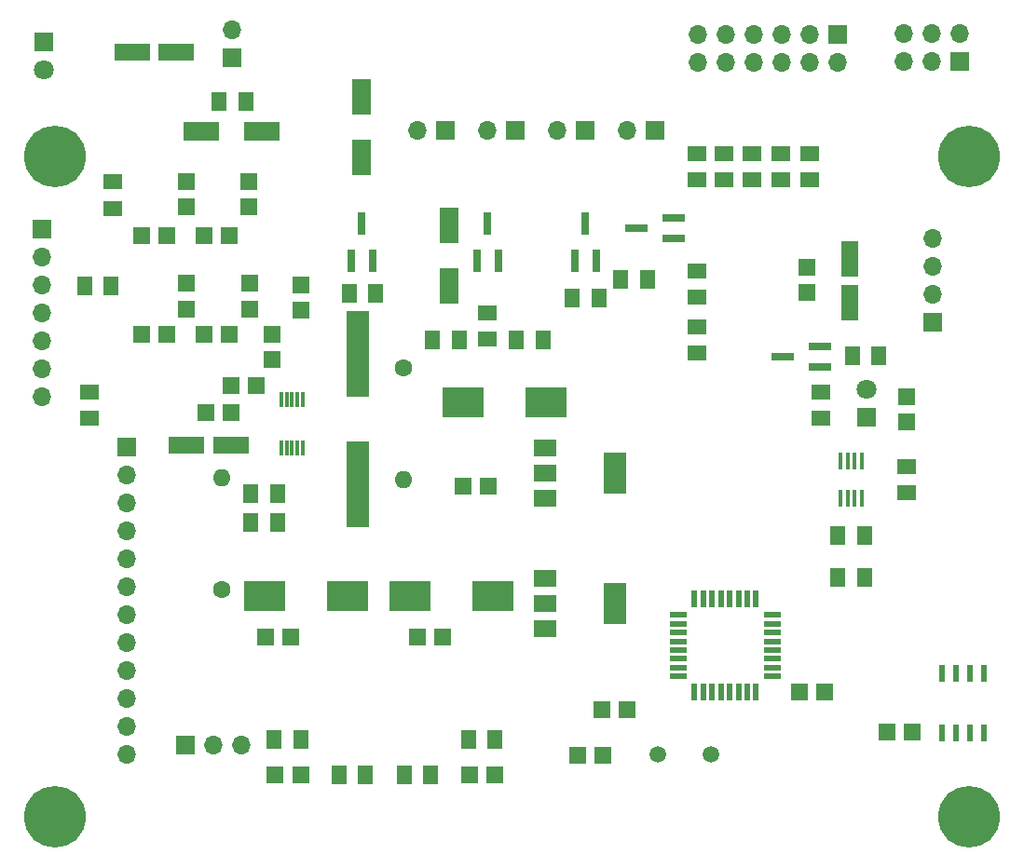
<source format=gbs>
G04 #@! TF.FileFunction,Soldermask,Bot*
%FSLAX46Y46*%
G04 Gerber Fmt 4.6, Leading zero omitted, Abs format (unit mm)*
G04 Created by KiCad (PCBNEW 4.0.7-e2-6376~58~ubuntu14.04.1) date Mon Jan  1 10:43:33 2018*
%MOMM*%
%LPD*%
G01*
G04 APERTURE LIST*
%ADD10C,0.100000*%
%ADD11R,0.700000X2.000000*%
%ADD12R,2.000000X7.875000*%
%ADD13R,1.600000X1.600000*%
%ADD14R,1.400000X1.700000*%
%ADD15R,1.700000X1.400000*%
%ADD16R,1.800000X1.800000*%
%ADD17C,1.800000*%
%ADD18R,3.300000X1.700000*%
%ADD19R,1.700000X1.700000*%
%ADD20O,1.700000X1.700000*%
%ADD21R,2.000000X0.700000*%
%ADD22R,0.550000X1.600000*%
%ADD23R,1.600000X0.550000*%
%ADD24R,0.300000X1.400000*%
%ADD25R,0.300000X1.600000*%
%ADD26R,0.600000X1.550000*%
%ADD27R,2.000000X3.800000*%
%ADD28R,2.000000X1.500000*%
%ADD29C,1.500000*%
%ADD30C,1.600000*%
%ADD31O,1.600000X1.600000*%
%ADD32C,5.600000*%
%ADD33R,1.700000X3.300000*%
%ADD34R,3.200000X1.500000*%
%ADD35R,1.500000X3.200000*%
%ADD36R,3.750000X2.700000*%
G04 APERTURE END LIST*
D10*
D11*
X103820000Y-66470000D03*
X101920000Y-66470000D03*
X102870000Y-63070000D03*
D12*
X102500000Y-74962500D03*
X102500000Y-86837500D03*
D13*
X124700000Y-107300000D03*
X127000000Y-107300000D03*
X88670000Y-80320000D03*
X90970000Y-80320000D03*
X85150000Y-64200000D03*
X82850000Y-64200000D03*
X97300000Y-70950000D03*
X97300000Y-68650000D03*
D14*
X92300000Y-52000000D03*
X89900000Y-52000000D03*
X124390000Y-69850000D03*
X121990000Y-69850000D03*
D15*
X143600000Y-56700000D03*
X143600000Y-59100000D03*
X140900000Y-56700000D03*
X140900000Y-59100000D03*
X138300000Y-56700000D03*
X138300000Y-59100000D03*
X135800000Y-59100000D03*
X135800000Y-56700000D03*
X133350000Y-69780000D03*
X133350000Y-67380000D03*
D13*
X122500000Y-111450000D03*
X124800000Y-111450000D03*
X152400000Y-78860000D03*
X152400000Y-81160000D03*
X86900000Y-59250000D03*
X86900000Y-61550000D03*
X92600000Y-59250000D03*
X92600000Y-61550000D03*
X143340000Y-67080000D03*
X143340000Y-69380000D03*
D16*
X74000000Y-46600000D03*
D17*
X74000000Y-49140000D03*
D18*
X93750000Y-54700000D03*
X88250000Y-54700000D03*
D19*
X157200000Y-48400000D03*
D20*
X157200000Y-45860000D03*
X154660000Y-48400000D03*
X154660000Y-45860000D03*
X152120000Y-48400000D03*
X152120000Y-45860000D03*
D19*
X146100000Y-45900000D03*
D20*
X146100000Y-48440000D03*
X143560000Y-45900000D03*
X143560000Y-48440000D03*
X141020000Y-45900000D03*
X141020000Y-48440000D03*
X138480000Y-45900000D03*
X138480000Y-48440000D03*
X135940000Y-45900000D03*
X135940000Y-48440000D03*
X133400000Y-45900000D03*
X133400000Y-48440000D03*
D19*
X154700000Y-72100000D03*
D20*
X154700000Y-69560000D03*
X154700000Y-67020000D03*
X154700000Y-64480000D03*
D19*
X91100000Y-48000000D03*
D20*
X91100000Y-45460000D03*
D11*
X124140000Y-66470000D03*
X122240000Y-66470000D03*
X123190000Y-63070000D03*
D21*
X131240000Y-62550000D03*
X131240000Y-64450000D03*
X127840000Y-63500000D03*
D15*
X133350000Y-59100000D03*
X133350000Y-56700000D03*
X133350000Y-74860000D03*
X133350000Y-72460000D03*
D14*
X146120000Y-91440000D03*
X148520000Y-91440000D03*
X146120000Y-95250000D03*
X148520000Y-95250000D03*
D15*
X152400000Y-87560000D03*
X152400000Y-85160000D03*
D14*
X92780000Y-87630000D03*
X95180000Y-87630000D03*
X92800000Y-90300000D03*
X95200000Y-90300000D03*
D15*
X80200000Y-61700000D03*
X80200000Y-59300000D03*
D14*
X128800000Y-68200000D03*
X126400000Y-68200000D03*
X111690000Y-73660000D03*
X109290000Y-73660000D03*
X119310000Y-73660000D03*
X116910000Y-73660000D03*
X77700000Y-68800000D03*
X80100000Y-68800000D03*
D22*
X138690000Y-105720000D03*
X137890000Y-105720000D03*
X137090000Y-105720000D03*
X136290000Y-105720000D03*
X135490000Y-105720000D03*
X134690000Y-105720000D03*
X133890000Y-105720000D03*
X133090000Y-105720000D03*
D23*
X131640000Y-104270000D03*
X131640000Y-103470000D03*
X131640000Y-102670000D03*
X131640000Y-101870000D03*
X131640000Y-101070000D03*
X131640000Y-100270000D03*
X131640000Y-99470000D03*
X131640000Y-98670000D03*
D22*
X133090000Y-97220000D03*
X133890000Y-97220000D03*
X134690000Y-97220000D03*
X135490000Y-97220000D03*
X136290000Y-97220000D03*
X137090000Y-97220000D03*
X137890000Y-97220000D03*
X138690000Y-97220000D03*
D23*
X140140000Y-98670000D03*
X140140000Y-99470000D03*
X140140000Y-100270000D03*
X140140000Y-101070000D03*
X140140000Y-101870000D03*
X140140000Y-102670000D03*
X140140000Y-103470000D03*
X140140000Y-104270000D03*
D24*
X97520000Y-83480000D03*
X97020000Y-83480000D03*
X96520000Y-83480000D03*
X96020000Y-83480000D03*
X95520000Y-83480000D03*
X95520000Y-79080000D03*
X96020000Y-79080000D03*
X96520000Y-79080000D03*
X97020000Y-79080000D03*
X97520000Y-79080000D03*
D25*
X148295000Y-88060000D03*
X147645000Y-88060000D03*
X146995000Y-88060000D03*
X146345000Y-88060000D03*
X146345000Y-84660000D03*
X146995000Y-84660000D03*
X147645000Y-84660000D03*
X148295000Y-84660000D03*
D26*
X159385000Y-109380000D03*
X158115000Y-109380000D03*
X156845000Y-109380000D03*
X155575000Y-109380000D03*
X155575000Y-103980000D03*
X156845000Y-103980000D03*
X158115000Y-103980000D03*
X159385000Y-103980000D03*
D27*
X125850000Y-85800000D03*
D28*
X119550000Y-85800000D03*
X119550000Y-83500000D03*
X119550000Y-88100000D03*
D27*
X125850000Y-97650000D03*
D28*
X119550000Y-97650000D03*
X119550000Y-95350000D03*
X119550000Y-99950000D03*
D29*
X134620000Y-111360000D03*
X129740000Y-111360000D03*
D13*
X94100000Y-100720000D03*
X96400000Y-100720000D03*
D19*
X129540000Y-54610000D03*
D20*
X127000000Y-54610000D03*
D19*
X123190000Y-54610000D03*
D20*
X120650000Y-54610000D03*
D19*
X110490000Y-54610000D03*
D20*
X107950000Y-54610000D03*
D19*
X116840000Y-54610000D03*
D20*
X114300000Y-54610000D03*
D13*
X107930000Y-100720000D03*
X110230000Y-100720000D03*
D30*
X90100000Y-96400000D03*
D31*
X90100000Y-86240000D03*
D13*
X142650000Y-105700000D03*
X144950000Y-105700000D03*
X112050000Y-86930000D03*
X114350000Y-86930000D03*
D30*
X106680000Y-76200000D03*
D31*
X106680000Y-86360000D03*
D13*
X85150000Y-73200000D03*
X82850000Y-73200000D03*
X94700000Y-75450000D03*
X94700000Y-73150000D03*
X150550000Y-109300000D03*
X152850000Y-109300000D03*
D16*
X148700000Y-80700000D03*
D17*
X148700000Y-78160000D03*
D21*
X144500000Y-74250000D03*
X144500000Y-76150000D03*
X141100000Y-75200000D03*
D15*
X144600000Y-80800000D03*
X144600000Y-78400000D03*
D14*
X147450000Y-75100000D03*
X149850000Y-75100000D03*
D13*
X86900000Y-68550000D03*
X86900000Y-70850000D03*
D19*
X73825000Y-63570000D03*
D20*
X73825000Y-66110000D03*
X73825000Y-68650000D03*
X73825000Y-71190000D03*
X73825000Y-73730000D03*
X73825000Y-76270000D03*
X73825000Y-78810000D03*
D13*
X92700000Y-68550000D03*
X92700000Y-70850000D03*
X93250000Y-77800000D03*
X90950000Y-77800000D03*
X90850000Y-64200000D03*
X88550000Y-64200000D03*
X90850000Y-73200000D03*
X88550000Y-73200000D03*
D32*
X75000000Y-57000000D03*
X158000000Y-57000000D03*
X158000000Y-117000000D03*
X75000000Y-117000000D03*
D15*
X78100000Y-78400000D03*
X78100000Y-80800000D03*
D19*
X81500000Y-83400000D03*
D20*
X81500000Y-85940000D03*
X81500000Y-88480000D03*
X81500000Y-91020000D03*
X81500000Y-93560000D03*
X81500000Y-96100000D03*
X81500000Y-98640000D03*
X81500000Y-101180000D03*
X81500000Y-103720000D03*
X81500000Y-106260000D03*
X81500000Y-108800000D03*
X81500000Y-111340000D03*
D33*
X102800000Y-57050000D03*
X102800000Y-51550000D03*
X110800000Y-63250000D03*
X110800000Y-68750000D03*
D11*
X115250000Y-66470000D03*
X113350000Y-66470000D03*
X114300000Y-63070000D03*
D14*
X104100000Y-69400000D03*
X101700000Y-69400000D03*
D15*
X114300000Y-73590000D03*
X114300000Y-71190000D03*
D19*
X86850000Y-110500000D03*
D20*
X89390000Y-110500000D03*
X91930000Y-110500000D03*
D14*
X112550000Y-110000000D03*
X114950000Y-110000000D03*
X106700000Y-113200000D03*
X109100000Y-113200000D03*
X103200000Y-113200000D03*
X100800000Y-113200000D03*
X97300000Y-110000000D03*
X94900000Y-110000000D03*
D13*
X97300000Y-113200000D03*
X95000000Y-113200000D03*
X112650000Y-113200000D03*
X114950000Y-113200000D03*
D34*
X90940000Y-83200000D03*
X86940000Y-83200000D03*
D35*
X147220000Y-70280000D03*
X147220000Y-66280000D03*
D36*
X119585000Y-79320000D03*
X112035000Y-79320000D03*
X114775000Y-97000000D03*
X107225000Y-97000000D03*
X101595000Y-97000000D03*
X94045000Y-97000000D03*
D34*
X86000000Y-47500000D03*
X82000000Y-47500000D03*
M02*

</source>
